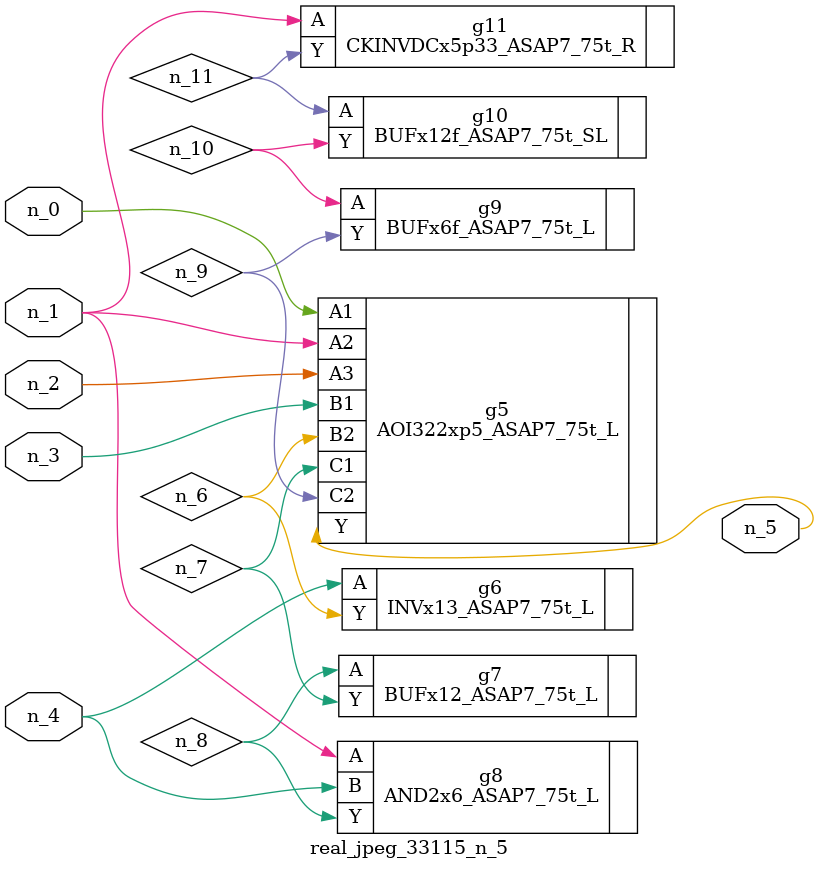
<source format=v>
module real_jpeg_33115_n_5 (n_4, n_0, n_1, n_2, n_3, n_5);

input n_4;
input n_0;
input n_1;
input n_2;
input n_3;

output n_5;

wire n_8;
wire n_11;
wire n_6;
wire n_7;
wire n_10;
wire n_9;

AOI322xp5_ASAP7_75t_L g5 ( 
.A1(n_0),
.A2(n_1),
.A3(n_2),
.B1(n_3),
.B2(n_6),
.C1(n_7),
.C2(n_9),
.Y(n_5)
);

AND2x6_ASAP7_75t_L g8 ( 
.A(n_1),
.B(n_4),
.Y(n_8)
);

CKINVDCx5p33_ASAP7_75t_R g11 ( 
.A(n_1),
.Y(n_11)
);

INVx13_ASAP7_75t_L g6 ( 
.A(n_4),
.Y(n_6)
);

BUFx12_ASAP7_75t_L g7 ( 
.A(n_8),
.Y(n_7)
);

BUFx6f_ASAP7_75t_L g9 ( 
.A(n_10),
.Y(n_9)
);

BUFx12f_ASAP7_75t_SL g10 ( 
.A(n_11),
.Y(n_10)
);


endmodule
</source>
